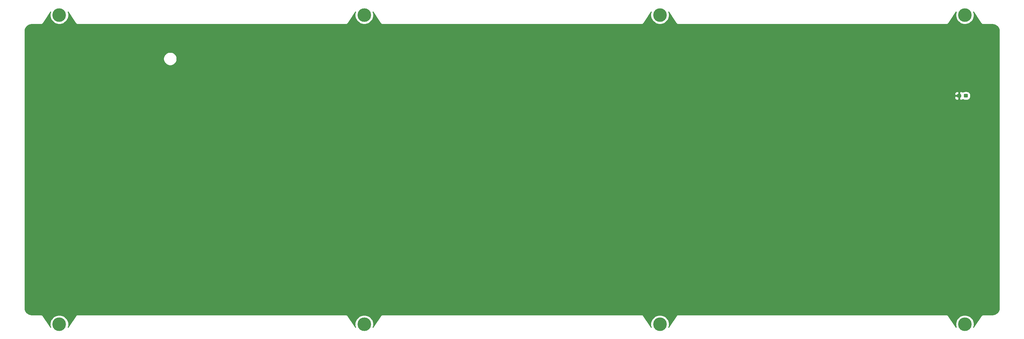
<source format=gbr>
G04 #@! TF.GenerationSoftware,KiCad,Pcbnew,(5.1.4-0)*
G04 #@! TF.CreationDate,2021-10-30T11:07:22-05:00*
G04 #@! TF.ProjectId,bottom_plate,626f7474-6f6d-45f7-906c-6174652e6b69,rev?*
G04 #@! TF.SameCoordinates,Original*
G04 #@! TF.FileFunction,Copper,L1,Top*
G04 #@! TF.FilePolarity,Positive*
%FSLAX46Y46*%
G04 Gerber Fmt 4.6, Leading zero omitted, Abs format (unit mm)*
G04 Created by KiCad (PCBNEW (5.1.4-0)) date 2021-10-30 11:07:22*
%MOMM*%
%LPD*%
G04 APERTURE LIST*
%ADD10C,0.100000*%
%ADD11C,0.950000*%
%ADD12C,3.500000*%
%ADD13C,0.500000*%
%ADD14C,0.250000*%
%ADD15C,0.254000*%
G04 APERTURE END LIST*
D10*
G36*
X389951468Y-59045048D02*
G01*
X389974523Y-59048467D01*
X389997132Y-59054131D01*
X390019076Y-59061983D01*
X390040146Y-59071948D01*
X390060137Y-59083930D01*
X390078857Y-59097814D01*
X390096127Y-59113466D01*
X390111779Y-59130736D01*
X390125663Y-59149456D01*
X390137645Y-59169447D01*
X390147610Y-59190517D01*
X390155462Y-59212461D01*
X390161126Y-59235070D01*
X390164545Y-59258125D01*
X390165689Y-59281404D01*
X390165689Y-59756404D01*
X390164545Y-59779683D01*
X390161126Y-59802738D01*
X390155462Y-59825347D01*
X390147610Y-59847291D01*
X390137645Y-59868361D01*
X390125663Y-59888352D01*
X390111779Y-59907072D01*
X390096127Y-59924342D01*
X390078857Y-59939994D01*
X390060137Y-59953878D01*
X390040146Y-59965860D01*
X390019076Y-59975825D01*
X389997132Y-59983677D01*
X389974523Y-59989341D01*
X389951468Y-59992760D01*
X389928189Y-59993904D01*
X389353189Y-59993904D01*
X389329910Y-59992760D01*
X389306855Y-59989341D01*
X389284246Y-59983677D01*
X389262302Y-59975825D01*
X389241232Y-59965860D01*
X389221241Y-59953878D01*
X389202521Y-59939994D01*
X389185251Y-59924342D01*
X389169599Y-59907072D01*
X389155715Y-59888352D01*
X389143733Y-59868361D01*
X389133768Y-59847291D01*
X389125916Y-59825347D01*
X389120252Y-59802738D01*
X389116833Y-59779683D01*
X389115689Y-59756404D01*
X389115689Y-59281404D01*
X389116833Y-59258125D01*
X389120252Y-59235070D01*
X389125916Y-59212461D01*
X389133768Y-59190517D01*
X389143733Y-59169447D01*
X389155715Y-59149456D01*
X389169599Y-59130736D01*
X389185251Y-59113466D01*
X389202521Y-59097814D01*
X389221241Y-59083930D01*
X389241232Y-59071948D01*
X389262302Y-59061983D01*
X389284246Y-59054131D01*
X389306855Y-59048467D01*
X389329910Y-59045048D01*
X389353189Y-59043904D01*
X389928189Y-59043904D01*
X389951468Y-59045048D01*
X389951468Y-59045048D01*
G37*
D11*
X389640689Y-59518904D03*
D10*
G36*
X388201468Y-59045048D02*
G01*
X388224523Y-59048467D01*
X388247132Y-59054131D01*
X388269076Y-59061983D01*
X388290146Y-59071948D01*
X388310137Y-59083930D01*
X388328857Y-59097814D01*
X388346127Y-59113466D01*
X388361779Y-59130736D01*
X388375663Y-59149456D01*
X388387645Y-59169447D01*
X388397610Y-59190517D01*
X388405462Y-59212461D01*
X388411126Y-59235070D01*
X388414545Y-59258125D01*
X388415689Y-59281404D01*
X388415689Y-59756404D01*
X388414545Y-59779683D01*
X388411126Y-59802738D01*
X388405462Y-59825347D01*
X388397610Y-59847291D01*
X388387645Y-59868361D01*
X388375663Y-59888352D01*
X388361779Y-59907072D01*
X388346127Y-59924342D01*
X388328857Y-59939994D01*
X388310137Y-59953878D01*
X388290146Y-59965860D01*
X388269076Y-59975825D01*
X388247132Y-59983677D01*
X388224523Y-59989341D01*
X388201468Y-59992760D01*
X388178189Y-59993904D01*
X387603189Y-59993904D01*
X387579910Y-59992760D01*
X387556855Y-59989341D01*
X387534246Y-59983677D01*
X387512302Y-59975825D01*
X387491232Y-59965860D01*
X387471241Y-59953878D01*
X387452521Y-59939994D01*
X387435251Y-59924342D01*
X387419599Y-59907072D01*
X387405715Y-59888352D01*
X387393733Y-59868361D01*
X387383768Y-59847291D01*
X387375916Y-59825347D01*
X387370252Y-59802738D01*
X387366833Y-59779683D01*
X387365689Y-59756404D01*
X387365689Y-59281404D01*
X387366833Y-59258125D01*
X387370252Y-59235070D01*
X387375916Y-59212461D01*
X387383768Y-59190517D01*
X387393733Y-59169447D01*
X387405715Y-59149456D01*
X387419599Y-59130736D01*
X387435251Y-59113466D01*
X387452521Y-59097814D01*
X387471241Y-59083930D01*
X387491232Y-59071948D01*
X387512302Y-59061983D01*
X387534246Y-59054131D01*
X387556855Y-59048467D01*
X387579910Y-59045048D01*
X387603189Y-59043904D01*
X388178189Y-59043904D01*
X388201468Y-59045048D01*
X388201468Y-59045048D01*
G37*
D11*
X387890689Y-59518904D03*
D12*
X310779634Y-118454824D03*
X310779701Y-38682951D03*
X234579607Y-118454824D03*
X234579608Y-38683016D03*
X155998315Y-118454824D03*
X155998514Y-38683016D03*
X389360818Y-38683016D03*
X389360818Y-118454824D03*
D13*
X385194165Y-59518840D03*
D14*
X387711370Y-59518840D02*
X385194165Y-59518840D01*
D15*
G36*
X238775257Y-40808379D02*
G01*
X238790770Y-40837402D01*
X238830717Y-40886077D01*
X238872755Y-40937410D01*
X238873031Y-40937637D01*
X238873247Y-40937900D01*
X238922634Y-40978431D01*
X238973167Y-41019990D01*
X238973474Y-41020154D01*
X238973745Y-41020377D01*
X239030796Y-41050871D01*
X239087760Y-41081396D01*
X239088095Y-41081498D01*
X239088402Y-41081662D01*
X239150604Y-41100531D01*
X239212131Y-41119265D01*
X239212472Y-41119299D01*
X239212812Y-41119402D01*
X239277959Y-41125818D01*
X239341500Y-41132144D01*
X239374260Y-41128952D01*
X305984406Y-41128887D01*
X306017831Y-41132144D01*
X306142375Y-41119745D01*
X306146521Y-41119337D01*
X306146543Y-41119330D01*
X306147200Y-41119265D01*
X306265774Y-41083161D01*
X306270931Y-41081597D01*
X306270956Y-41081583D01*
X306271572Y-41081396D01*
X306375772Y-41025559D01*
X306385588Y-41020312D01*
X306385635Y-41020274D01*
X306386164Y-41019990D01*
X306472849Y-40948698D01*
X306486086Y-40937835D01*
X306486144Y-40937764D01*
X306486576Y-40937409D01*
X306548308Y-40862028D01*
X306548345Y-40861973D01*
X306568563Y-40837337D01*
X306583909Y-40808627D01*
X308521701Y-37901940D01*
X308486355Y-37987272D01*
X308394701Y-38448049D01*
X308394701Y-38917853D01*
X308486355Y-39378630D01*
X308666141Y-39812672D01*
X308927151Y-40203300D01*
X309259352Y-40535501D01*
X309649980Y-40796511D01*
X310084022Y-40976297D01*
X310544799Y-41067951D01*
X311014603Y-41067951D01*
X311475380Y-40976297D01*
X311909422Y-40796511D01*
X312300050Y-40535501D01*
X312632251Y-40203300D01*
X312893261Y-39812672D01*
X313073047Y-39378630D01*
X313164701Y-38917853D01*
X313164701Y-38448049D01*
X313073047Y-37987272D01*
X313037920Y-37902469D01*
X314975188Y-40808371D01*
X314990705Y-40837402D01*
X315031359Y-40886939D01*
X315072691Y-40937410D01*
X315072964Y-40937635D01*
X315073182Y-40937900D01*
X315123045Y-40978821D01*
X315173103Y-41019990D01*
X315173407Y-41020153D01*
X315173680Y-41020377D01*
X315231127Y-41051083D01*
X315287696Y-41081396D01*
X315288029Y-41081497D01*
X315288337Y-41081662D01*
X315350885Y-41100636D01*
X315412067Y-41119265D01*
X315412407Y-41119299D01*
X315412747Y-41119402D01*
X315477988Y-41125828D01*
X315541436Y-41132144D01*
X315574195Y-41128952D01*
X384566256Y-41128952D01*
X384599015Y-41132144D01*
X384662370Y-41125837D01*
X384727705Y-41119402D01*
X384728046Y-41119299D01*
X384728384Y-41119265D01*
X384789430Y-41100678D01*
X384852115Y-41081662D01*
X384852423Y-41081497D01*
X384852756Y-41081396D01*
X384909131Y-41051187D01*
X384966772Y-41020377D01*
X384967047Y-41020151D01*
X384967348Y-41019990D01*
X385016648Y-40979445D01*
X385067270Y-40937900D01*
X385067492Y-40937629D01*
X385067760Y-40937409D01*
X385108497Y-40887665D01*
X385149747Y-40837402D01*
X385165268Y-40808364D01*
X387102779Y-37902098D01*
X387067472Y-37987337D01*
X386975818Y-38448114D01*
X386975818Y-38917918D01*
X387067472Y-39378695D01*
X387247258Y-39812737D01*
X387508268Y-40203365D01*
X387840469Y-40535566D01*
X388231097Y-40796576D01*
X388665139Y-40976362D01*
X389125916Y-41068016D01*
X389595720Y-41068016D01*
X390056497Y-40976362D01*
X390490539Y-40796576D01*
X390881167Y-40535566D01*
X391213368Y-40203365D01*
X391474378Y-39812737D01*
X391654164Y-39378695D01*
X391745818Y-38917918D01*
X391745818Y-38448114D01*
X391654164Y-37987337D01*
X391618856Y-37902097D01*
X393556390Y-40808398D01*
X393571919Y-40837446D01*
X393612258Y-40886591D01*
X393653875Y-40937410D01*
X393654172Y-40937654D01*
X393654404Y-40937937D01*
X393703693Y-40978381D01*
X393754287Y-41019990D01*
X393754619Y-41020168D01*
X393754909Y-41020406D01*
X393811695Y-41050753D01*
X393868880Y-41081396D01*
X393869242Y-41081506D01*
X393869571Y-41081682D01*
X393931538Y-41100474D01*
X393993251Y-41119265D01*
X393993621Y-41119302D01*
X393993984Y-41119412D01*
X394058592Y-41125770D01*
X394122620Y-41132144D01*
X394155412Y-41128949D01*
X396472894Y-41128762D01*
X396838861Y-41164646D01*
X397159864Y-41261562D01*
X397455930Y-41418983D01*
X397715777Y-41630909D01*
X397929515Y-41889272D01*
X398088998Y-42184230D01*
X398188154Y-42504552D01*
X398226411Y-42868543D01*
X398226410Y-114255541D01*
X398190524Y-114621531D01*
X398093607Y-114942538D01*
X397936187Y-115238599D01*
X397724259Y-115498448D01*
X397465896Y-115712186D01*
X397170940Y-115871668D01*
X396850618Y-115970824D01*
X396486647Y-116009079D01*
X394155412Y-116008891D01*
X394122620Y-116005696D01*
X394058592Y-116012070D01*
X393993984Y-116018428D01*
X393993621Y-116018538D01*
X393993251Y-116018575D01*
X393931538Y-116037366D01*
X393869571Y-116056158D01*
X393869242Y-116056334D01*
X393868880Y-116056444D01*
X393811695Y-116087087D01*
X393754909Y-116117434D01*
X393754619Y-116117672D01*
X393754287Y-116117850D01*
X393703693Y-116159459D01*
X393654404Y-116199903D01*
X393654172Y-116200186D01*
X393653875Y-116200430D01*
X393612270Y-116251235D01*
X393571919Y-116300394D01*
X393556390Y-116329442D01*
X391618856Y-119235743D01*
X391654164Y-119150503D01*
X391745818Y-118689726D01*
X391745818Y-118219922D01*
X391654164Y-117759145D01*
X391474378Y-117325103D01*
X391213368Y-116934475D01*
X390881167Y-116602274D01*
X390490539Y-116341264D01*
X390056497Y-116161478D01*
X389595720Y-116069824D01*
X389125916Y-116069824D01*
X388665139Y-116161478D01*
X388231097Y-116341264D01*
X387840469Y-116602274D01*
X387508268Y-116934475D01*
X387247258Y-117325103D01*
X387067472Y-117759145D01*
X386975818Y-118219922D01*
X386975818Y-118689726D01*
X387067472Y-119150503D01*
X387102779Y-119235742D01*
X385165266Y-116329473D01*
X385149746Y-116300437D01*
X385108772Y-116250511D01*
X385067760Y-116200431D01*
X385067489Y-116200208D01*
X385067269Y-116199940D01*
X385017354Y-116158976D01*
X384967348Y-116117850D01*
X384967041Y-116117686D01*
X384966770Y-116117463D01*
X384909917Y-116087075D01*
X384852756Y-116056444D01*
X384852418Y-116056341D01*
X384852113Y-116056178D01*
X384789967Y-116037326D01*
X384728384Y-116018575D01*
X384728043Y-116018541D01*
X384727703Y-116018438D01*
X384662556Y-116012022D01*
X384599015Y-116005696D01*
X384566255Y-116008888D01*
X315575518Y-116009017D01*
X315541436Y-116005696D01*
X315412067Y-116018575D01*
X315287696Y-116056444D01*
X315173103Y-116117850D01*
X315072691Y-116200430D01*
X315010959Y-116275812D01*
X315010428Y-116276608D01*
X314990765Y-116300568D01*
X314975841Y-116328489D01*
X313037672Y-119235743D01*
X313072980Y-119150503D01*
X313164634Y-118689726D01*
X313164634Y-118219922D01*
X313072980Y-117759145D01*
X312893194Y-117325103D01*
X312632184Y-116934475D01*
X312299983Y-116602274D01*
X311909355Y-116341264D01*
X311475313Y-116161478D01*
X311014536Y-116069824D01*
X310544732Y-116069824D01*
X310083955Y-116161478D01*
X309649913Y-116341264D01*
X309259285Y-116602274D01*
X308927084Y-116934475D01*
X308666074Y-117325103D01*
X308486288Y-117759145D01*
X308394634Y-118219922D01*
X308394634Y-118689726D01*
X308486288Y-119150503D01*
X308521595Y-119235742D01*
X306583734Y-116328950D01*
X306568563Y-116300568D01*
X306548575Y-116276212D01*
X306548308Y-116275812D01*
X306486576Y-116200431D01*
X306386164Y-116117850D01*
X306271572Y-116056444D01*
X306147200Y-116018575D01*
X306017831Y-116005696D01*
X305983749Y-116009017D01*
X239374261Y-116008888D01*
X239341500Y-116005696D01*
X239277867Y-116012031D01*
X239212813Y-116018438D01*
X239212474Y-116018541D01*
X239212131Y-116018575D01*
X239150413Y-116037367D01*
X239088403Y-116056178D01*
X239088098Y-116056341D01*
X239087760Y-116056444D01*
X239030402Y-116087180D01*
X238973746Y-116117463D01*
X238973477Y-116117684D01*
X238973167Y-116117850D01*
X238922402Y-116159600D01*
X238873247Y-116199940D01*
X238873031Y-116200203D01*
X238872755Y-116200430D01*
X238831153Y-116251231D01*
X238790770Y-116300437D01*
X238775254Y-116329465D01*
X236837496Y-119236104D01*
X236872953Y-119150503D01*
X236964607Y-118689726D01*
X236964607Y-118219922D01*
X236872953Y-117759145D01*
X236693167Y-117325103D01*
X236432157Y-116934475D01*
X236099956Y-116602274D01*
X235709328Y-116341264D01*
X235275286Y-116161478D01*
X234814509Y-116069824D01*
X234344705Y-116069824D01*
X233883928Y-116161478D01*
X233449886Y-116341264D01*
X233059258Y-116602274D01*
X232727057Y-116934475D01*
X232466047Y-117325103D01*
X232286261Y-117759145D01*
X232194607Y-118219922D01*
X232194607Y-118689726D01*
X232286261Y-119150503D01*
X232321419Y-119235381D01*
X230384146Y-116329473D01*
X230368626Y-116300437D01*
X230327652Y-116250511D01*
X230286640Y-116200431D01*
X230286369Y-116200208D01*
X230286149Y-116199940D01*
X230236234Y-116158976D01*
X230186228Y-116117850D01*
X230185921Y-116117686D01*
X230185650Y-116117463D01*
X230128797Y-116087075D01*
X230071636Y-116056444D01*
X230071298Y-116056341D01*
X230070993Y-116056178D01*
X230008847Y-116037326D01*
X229947264Y-116018575D01*
X229946923Y-116018541D01*
X229946583Y-116018438D01*
X229881436Y-116012022D01*
X229817895Y-116005696D01*
X229785135Y-116008888D01*
X160794398Y-116009017D01*
X160760316Y-116005696D01*
X160630947Y-116018575D01*
X160506576Y-116056444D01*
X160391983Y-116117850D01*
X160291571Y-116200430D01*
X160229839Y-116275812D01*
X160229568Y-116276219D01*
X160209585Y-116300568D01*
X160194418Y-116328943D01*
X158256027Y-119236531D01*
X158291661Y-119150503D01*
X158383315Y-118689726D01*
X158383315Y-118219922D01*
X158291661Y-117759145D01*
X158111875Y-117325103D01*
X157850865Y-116934475D01*
X157518664Y-116602274D01*
X157128036Y-116341264D01*
X156693994Y-116161478D01*
X156233217Y-116069824D01*
X155763413Y-116069824D01*
X155302636Y-116161478D01*
X154868594Y-116341264D01*
X154477966Y-116602274D01*
X154145765Y-116934475D01*
X153884755Y-117325103D01*
X153704969Y-117759145D01*
X153613315Y-118219922D01*
X153613315Y-118689726D01*
X153704969Y-119150503D01*
X153739949Y-119234953D01*
X151802946Y-116329449D01*
X151787413Y-116300394D01*
X151746522Y-116250577D01*
X151705456Y-116200431D01*
X151705165Y-116200192D01*
X151704928Y-116199903D01*
X151654932Y-116158879D01*
X151605044Y-116117850D01*
X151604715Y-116117674D01*
X151604423Y-116117434D01*
X151547454Y-116086989D01*
X151490452Y-116056444D01*
X151490090Y-116056334D01*
X151489761Y-116056158D01*
X151427668Y-116037328D01*
X151366080Y-116018575D01*
X151365712Y-116018538D01*
X151365348Y-116018428D01*
X151300653Y-116012062D01*
X151236711Y-116005696D01*
X151203919Y-116008891D01*
X148886366Y-116009078D01*
X148520399Y-115973194D01*
X148199392Y-115876277D01*
X147903331Y-115718857D01*
X147643482Y-115506929D01*
X147429744Y-115248566D01*
X147270262Y-114953610D01*
X147171106Y-114633288D01*
X147132850Y-114269307D01*
X147132850Y-59993904D01*
X386727617Y-59993904D01*
X386739877Y-60118386D01*
X386776187Y-60238084D01*
X386835152Y-60348398D01*
X386914504Y-60445089D01*
X387011195Y-60524441D01*
X387121509Y-60583406D01*
X387241207Y-60619716D01*
X387365689Y-60631976D01*
X387604939Y-60628904D01*
X387763689Y-60470154D01*
X387763689Y-59645904D01*
X386889439Y-59645904D01*
X386730689Y-59804654D01*
X386727617Y-59993904D01*
X147132850Y-59993904D01*
X147132850Y-59043904D01*
X386727617Y-59043904D01*
X386730689Y-59233154D01*
X386889439Y-59391904D01*
X387763689Y-59391904D01*
X387763689Y-58567654D01*
X388017689Y-58567654D01*
X388017689Y-59391904D01*
X388037689Y-59391904D01*
X388037689Y-59645904D01*
X388017689Y-59645904D01*
X388017689Y-60470154D01*
X388176439Y-60628904D01*
X388415689Y-60631976D01*
X388540171Y-60619716D01*
X388659869Y-60583406D01*
X388770183Y-60524441D01*
X388842850Y-60464805D01*
X388866747Y-60484416D01*
X389018122Y-60565327D01*
X389182373Y-60615152D01*
X389353189Y-60631976D01*
X389928189Y-60631976D01*
X390099005Y-60615152D01*
X390263256Y-60565327D01*
X390414631Y-60484416D01*
X390547312Y-60375527D01*
X390656201Y-60242846D01*
X390737112Y-60091471D01*
X390786937Y-59927220D01*
X390803761Y-59756404D01*
X390803761Y-59281404D01*
X390786937Y-59110588D01*
X390737112Y-58946337D01*
X390656201Y-58794962D01*
X390547312Y-58662281D01*
X390414631Y-58553392D01*
X390263256Y-58472481D01*
X390099005Y-58422656D01*
X389928189Y-58405832D01*
X389353189Y-58405832D01*
X389182373Y-58422656D01*
X389018122Y-58472481D01*
X388866747Y-58553392D01*
X388842850Y-58573003D01*
X388770183Y-58513367D01*
X388659869Y-58454402D01*
X388540171Y-58418092D01*
X388415689Y-58405832D01*
X388176439Y-58408904D01*
X388017689Y-58567654D01*
X387763689Y-58567654D01*
X387604939Y-58408904D01*
X387365689Y-58405832D01*
X387241207Y-58418092D01*
X387121509Y-58454402D01*
X387011195Y-58513367D01*
X386914504Y-58592719D01*
X386835152Y-58689410D01*
X386776187Y-58799724D01*
X386739877Y-58919422D01*
X386727617Y-59043904D01*
X147132850Y-59043904D01*
X147132850Y-49823061D01*
X182838490Y-49823061D01*
X182838490Y-50164827D01*
X182905165Y-50500025D01*
X183035953Y-50815775D01*
X183225827Y-51099942D01*
X183467492Y-51341607D01*
X183751659Y-51531481D01*
X184067409Y-51662269D01*
X184402607Y-51728944D01*
X184744373Y-51728944D01*
X185079571Y-51662269D01*
X185395321Y-51531481D01*
X185679488Y-51341607D01*
X185921153Y-51099942D01*
X186111027Y-50815775D01*
X186241815Y-50500025D01*
X186308490Y-50164827D01*
X186308490Y-49823061D01*
X186241815Y-49487863D01*
X186111027Y-49172113D01*
X185921153Y-48887946D01*
X185679488Y-48646281D01*
X185395321Y-48456407D01*
X185079571Y-48325619D01*
X184744373Y-48258944D01*
X184402607Y-48258944D01*
X184067409Y-48325619D01*
X183751659Y-48456407D01*
X183467492Y-48646281D01*
X183225827Y-48887946D01*
X183035953Y-49172113D01*
X182905165Y-49487863D01*
X182838490Y-49823061D01*
X147132850Y-49823061D01*
X147132850Y-42886906D01*
X147169176Y-42516429D01*
X147266092Y-42195426D01*
X147423513Y-41899360D01*
X147635439Y-41639513D01*
X147893802Y-41425775D01*
X148188760Y-41266292D01*
X148509082Y-41167136D01*
X148873058Y-41128881D01*
X151203932Y-41128950D01*
X151236711Y-41132144D01*
X151300972Y-41125747D01*
X151365381Y-41119405D01*
X151365727Y-41119300D01*
X151366080Y-41119265D01*
X151427926Y-41100434D01*
X151489792Y-41081669D01*
X151490105Y-41081502D01*
X151490452Y-41081396D01*
X151547278Y-41050945D01*
X151604451Y-41020388D01*
X151604733Y-41020157D01*
X151605044Y-41019990D01*
X151654706Y-40979147D01*
X151704951Y-40937914D01*
X151705177Y-40937638D01*
X151705456Y-40937409D01*
X151746736Y-40887002D01*
X151787431Y-40837418D01*
X151802953Y-40808380D01*
X153740475Y-37902098D01*
X153705168Y-37987337D01*
X153613514Y-38448114D01*
X153613514Y-38917918D01*
X153705168Y-39378695D01*
X153884954Y-39812737D01*
X154145964Y-40203365D01*
X154478165Y-40535566D01*
X154868793Y-40796576D01*
X155302835Y-40976362D01*
X155763612Y-41068016D01*
X156233416Y-41068016D01*
X156694193Y-40976362D01*
X157128235Y-40796576D01*
X157518863Y-40535566D01*
X157851064Y-40203365D01*
X158112074Y-39812737D01*
X158291860Y-39378695D01*
X158383514Y-38917918D01*
X158383514Y-38448114D01*
X158291860Y-37987337D01*
X158256552Y-37902097D01*
X160194068Y-40808371D01*
X160209585Y-40837402D01*
X160250239Y-40886939D01*
X160291571Y-40937410D01*
X160291844Y-40937635D01*
X160292062Y-40937900D01*
X160341925Y-40978821D01*
X160391983Y-41019990D01*
X160392287Y-41020153D01*
X160392560Y-41020377D01*
X160450007Y-41051083D01*
X160506576Y-41081396D01*
X160506909Y-41081497D01*
X160507217Y-41081662D01*
X160569765Y-41100636D01*
X160630947Y-41119265D01*
X160631287Y-41119299D01*
X160631627Y-41119402D01*
X160696868Y-41125828D01*
X160760316Y-41132144D01*
X160793075Y-41128952D01*
X229785136Y-41128952D01*
X229817895Y-41132144D01*
X229881250Y-41125837D01*
X229946585Y-41119402D01*
X229946926Y-41119299D01*
X229947264Y-41119265D01*
X230008310Y-41100678D01*
X230070995Y-41081662D01*
X230071303Y-41081497D01*
X230071636Y-41081396D01*
X230128011Y-41051187D01*
X230185652Y-41020377D01*
X230185927Y-41020151D01*
X230186228Y-41019990D01*
X230235528Y-40979445D01*
X230286150Y-40937900D01*
X230286372Y-40937629D01*
X230286640Y-40937409D01*
X230327377Y-40887665D01*
X230368627Y-40837402D01*
X230384148Y-40808364D01*
X232321421Y-37902455D01*
X232286262Y-37987337D01*
X232194608Y-38448114D01*
X232194608Y-38917918D01*
X232286262Y-39378695D01*
X232466048Y-39812737D01*
X232727058Y-40203365D01*
X233059259Y-40535566D01*
X233449887Y-40796576D01*
X233883929Y-40976362D01*
X234344706Y-41068016D01*
X234814510Y-41068016D01*
X235275287Y-40976362D01*
X235709329Y-40796576D01*
X236099957Y-40535566D01*
X236432158Y-40203365D01*
X236693168Y-39812737D01*
X236872954Y-39378695D01*
X236964608Y-38917918D01*
X236964608Y-38448114D01*
X236872954Y-37987337D01*
X236837499Y-37901740D01*
X238775257Y-40808379D01*
X238775257Y-40808379D01*
G37*
X238775257Y-40808379D02*
X238790770Y-40837402D01*
X238830717Y-40886077D01*
X238872755Y-40937410D01*
X238873031Y-40937637D01*
X238873247Y-40937900D01*
X238922634Y-40978431D01*
X238973167Y-41019990D01*
X238973474Y-41020154D01*
X238973745Y-41020377D01*
X239030796Y-41050871D01*
X239087760Y-41081396D01*
X239088095Y-41081498D01*
X239088402Y-41081662D01*
X239150604Y-41100531D01*
X239212131Y-41119265D01*
X239212472Y-41119299D01*
X239212812Y-41119402D01*
X239277959Y-41125818D01*
X239341500Y-41132144D01*
X239374260Y-41128952D01*
X305984406Y-41128887D01*
X306017831Y-41132144D01*
X306142375Y-41119745D01*
X306146521Y-41119337D01*
X306146543Y-41119330D01*
X306147200Y-41119265D01*
X306265774Y-41083161D01*
X306270931Y-41081597D01*
X306270956Y-41081583D01*
X306271572Y-41081396D01*
X306375772Y-41025559D01*
X306385588Y-41020312D01*
X306385635Y-41020274D01*
X306386164Y-41019990D01*
X306472849Y-40948698D01*
X306486086Y-40937835D01*
X306486144Y-40937764D01*
X306486576Y-40937409D01*
X306548308Y-40862028D01*
X306548345Y-40861973D01*
X306568563Y-40837337D01*
X306583909Y-40808627D01*
X308521701Y-37901940D01*
X308486355Y-37987272D01*
X308394701Y-38448049D01*
X308394701Y-38917853D01*
X308486355Y-39378630D01*
X308666141Y-39812672D01*
X308927151Y-40203300D01*
X309259352Y-40535501D01*
X309649980Y-40796511D01*
X310084022Y-40976297D01*
X310544799Y-41067951D01*
X311014603Y-41067951D01*
X311475380Y-40976297D01*
X311909422Y-40796511D01*
X312300050Y-40535501D01*
X312632251Y-40203300D01*
X312893261Y-39812672D01*
X313073047Y-39378630D01*
X313164701Y-38917853D01*
X313164701Y-38448049D01*
X313073047Y-37987272D01*
X313037920Y-37902469D01*
X314975188Y-40808371D01*
X314990705Y-40837402D01*
X315031359Y-40886939D01*
X315072691Y-40937410D01*
X315072964Y-40937635D01*
X315073182Y-40937900D01*
X315123045Y-40978821D01*
X315173103Y-41019990D01*
X315173407Y-41020153D01*
X315173680Y-41020377D01*
X315231127Y-41051083D01*
X315287696Y-41081396D01*
X315288029Y-41081497D01*
X315288337Y-41081662D01*
X315350885Y-41100636D01*
X315412067Y-41119265D01*
X315412407Y-41119299D01*
X315412747Y-41119402D01*
X315477988Y-41125828D01*
X315541436Y-41132144D01*
X315574195Y-41128952D01*
X384566256Y-41128952D01*
X384599015Y-41132144D01*
X384662370Y-41125837D01*
X384727705Y-41119402D01*
X384728046Y-41119299D01*
X384728384Y-41119265D01*
X384789430Y-41100678D01*
X384852115Y-41081662D01*
X384852423Y-41081497D01*
X384852756Y-41081396D01*
X384909131Y-41051187D01*
X384966772Y-41020377D01*
X384967047Y-41020151D01*
X384967348Y-41019990D01*
X385016648Y-40979445D01*
X385067270Y-40937900D01*
X385067492Y-40937629D01*
X385067760Y-40937409D01*
X385108497Y-40887665D01*
X385149747Y-40837402D01*
X385165268Y-40808364D01*
X387102779Y-37902098D01*
X387067472Y-37987337D01*
X386975818Y-38448114D01*
X386975818Y-38917918D01*
X387067472Y-39378695D01*
X387247258Y-39812737D01*
X387508268Y-40203365D01*
X387840469Y-40535566D01*
X388231097Y-40796576D01*
X388665139Y-40976362D01*
X389125916Y-41068016D01*
X389595720Y-41068016D01*
X390056497Y-40976362D01*
X390490539Y-40796576D01*
X390881167Y-40535566D01*
X391213368Y-40203365D01*
X391474378Y-39812737D01*
X391654164Y-39378695D01*
X391745818Y-38917918D01*
X391745818Y-38448114D01*
X391654164Y-37987337D01*
X391618856Y-37902097D01*
X393556390Y-40808398D01*
X393571919Y-40837446D01*
X393612258Y-40886591D01*
X393653875Y-40937410D01*
X393654172Y-40937654D01*
X393654404Y-40937937D01*
X393703693Y-40978381D01*
X393754287Y-41019990D01*
X393754619Y-41020168D01*
X393754909Y-41020406D01*
X393811695Y-41050753D01*
X393868880Y-41081396D01*
X393869242Y-41081506D01*
X393869571Y-41081682D01*
X393931538Y-41100474D01*
X393993251Y-41119265D01*
X393993621Y-41119302D01*
X393993984Y-41119412D01*
X394058592Y-41125770D01*
X394122620Y-41132144D01*
X394155412Y-41128949D01*
X396472894Y-41128762D01*
X396838861Y-41164646D01*
X397159864Y-41261562D01*
X397455930Y-41418983D01*
X397715777Y-41630909D01*
X397929515Y-41889272D01*
X398088998Y-42184230D01*
X398188154Y-42504552D01*
X398226411Y-42868543D01*
X398226410Y-114255541D01*
X398190524Y-114621531D01*
X398093607Y-114942538D01*
X397936187Y-115238599D01*
X397724259Y-115498448D01*
X397465896Y-115712186D01*
X397170940Y-115871668D01*
X396850618Y-115970824D01*
X396486647Y-116009079D01*
X394155412Y-116008891D01*
X394122620Y-116005696D01*
X394058592Y-116012070D01*
X393993984Y-116018428D01*
X393993621Y-116018538D01*
X393993251Y-116018575D01*
X393931538Y-116037366D01*
X393869571Y-116056158D01*
X393869242Y-116056334D01*
X393868880Y-116056444D01*
X393811695Y-116087087D01*
X393754909Y-116117434D01*
X393754619Y-116117672D01*
X393754287Y-116117850D01*
X393703693Y-116159459D01*
X393654404Y-116199903D01*
X393654172Y-116200186D01*
X393653875Y-116200430D01*
X393612270Y-116251235D01*
X393571919Y-116300394D01*
X393556390Y-116329442D01*
X391618856Y-119235743D01*
X391654164Y-119150503D01*
X391745818Y-118689726D01*
X391745818Y-118219922D01*
X391654164Y-117759145D01*
X391474378Y-117325103D01*
X391213368Y-116934475D01*
X390881167Y-116602274D01*
X390490539Y-116341264D01*
X390056497Y-116161478D01*
X389595720Y-116069824D01*
X389125916Y-116069824D01*
X388665139Y-116161478D01*
X388231097Y-116341264D01*
X387840469Y-116602274D01*
X387508268Y-116934475D01*
X387247258Y-117325103D01*
X387067472Y-117759145D01*
X386975818Y-118219922D01*
X386975818Y-118689726D01*
X387067472Y-119150503D01*
X387102779Y-119235742D01*
X385165266Y-116329473D01*
X385149746Y-116300437D01*
X385108772Y-116250511D01*
X385067760Y-116200431D01*
X385067489Y-116200208D01*
X385067269Y-116199940D01*
X385017354Y-116158976D01*
X384967348Y-116117850D01*
X384967041Y-116117686D01*
X384966770Y-116117463D01*
X384909917Y-116087075D01*
X384852756Y-116056444D01*
X384852418Y-116056341D01*
X384852113Y-116056178D01*
X384789967Y-116037326D01*
X384728384Y-116018575D01*
X384728043Y-116018541D01*
X384727703Y-116018438D01*
X384662556Y-116012022D01*
X384599015Y-116005696D01*
X384566255Y-116008888D01*
X315575518Y-116009017D01*
X315541436Y-116005696D01*
X315412067Y-116018575D01*
X315287696Y-116056444D01*
X315173103Y-116117850D01*
X315072691Y-116200430D01*
X315010959Y-116275812D01*
X315010428Y-116276608D01*
X314990765Y-116300568D01*
X314975841Y-116328489D01*
X313037672Y-119235743D01*
X313072980Y-119150503D01*
X313164634Y-118689726D01*
X313164634Y-118219922D01*
X313072980Y-117759145D01*
X312893194Y-117325103D01*
X312632184Y-116934475D01*
X312299983Y-116602274D01*
X311909355Y-116341264D01*
X311475313Y-116161478D01*
X311014536Y-116069824D01*
X310544732Y-116069824D01*
X310083955Y-116161478D01*
X309649913Y-116341264D01*
X309259285Y-116602274D01*
X308927084Y-116934475D01*
X308666074Y-117325103D01*
X308486288Y-117759145D01*
X308394634Y-118219922D01*
X308394634Y-118689726D01*
X308486288Y-119150503D01*
X308521595Y-119235742D01*
X306583734Y-116328950D01*
X306568563Y-116300568D01*
X306548575Y-116276212D01*
X306548308Y-116275812D01*
X306486576Y-116200431D01*
X306386164Y-116117850D01*
X306271572Y-116056444D01*
X306147200Y-116018575D01*
X306017831Y-116005696D01*
X305983749Y-116009017D01*
X239374261Y-116008888D01*
X239341500Y-116005696D01*
X239277867Y-116012031D01*
X239212813Y-116018438D01*
X239212474Y-116018541D01*
X239212131Y-116018575D01*
X239150413Y-116037367D01*
X239088403Y-116056178D01*
X239088098Y-116056341D01*
X239087760Y-116056444D01*
X239030402Y-116087180D01*
X238973746Y-116117463D01*
X238973477Y-116117684D01*
X238973167Y-116117850D01*
X238922402Y-116159600D01*
X238873247Y-116199940D01*
X238873031Y-116200203D01*
X238872755Y-116200430D01*
X238831153Y-116251231D01*
X238790770Y-116300437D01*
X238775254Y-116329465D01*
X236837496Y-119236104D01*
X236872953Y-119150503D01*
X236964607Y-118689726D01*
X236964607Y-118219922D01*
X236872953Y-117759145D01*
X236693167Y-117325103D01*
X236432157Y-116934475D01*
X236099956Y-116602274D01*
X235709328Y-116341264D01*
X235275286Y-116161478D01*
X234814509Y-116069824D01*
X234344705Y-116069824D01*
X233883928Y-116161478D01*
X233449886Y-116341264D01*
X233059258Y-116602274D01*
X232727057Y-116934475D01*
X232466047Y-117325103D01*
X232286261Y-117759145D01*
X232194607Y-118219922D01*
X232194607Y-118689726D01*
X232286261Y-119150503D01*
X232321419Y-119235381D01*
X230384146Y-116329473D01*
X230368626Y-116300437D01*
X230327652Y-116250511D01*
X230286640Y-116200431D01*
X230286369Y-116200208D01*
X230286149Y-116199940D01*
X230236234Y-116158976D01*
X230186228Y-116117850D01*
X230185921Y-116117686D01*
X230185650Y-116117463D01*
X230128797Y-116087075D01*
X230071636Y-116056444D01*
X230071298Y-116056341D01*
X230070993Y-116056178D01*
X230008847Y-116037326D01*
X229947264Y-116018575D01*
X229946923Y-116018541D01*
X229946583Y-116018438D01*
X229881436Y-116012022D01*
X229817895Y-116005696D01*
X229785135Y-116008888D01*
X160794398Y-116009017D01*
X160760316Y-116005696D01*
X160630947Y-116018575D01*
X160506576Y-116056444D01*
X160391983Y-116117850D01*
X160291571Y-116200430D01*
X160229839Y-116275812D01*
X160229568Y-116276219D01*
X160209585Y-116300568D01*
X160194418Y-116328943D01*
X158256027Y-119236531D01*
X158291661Y-119150503D01*
X158383315Y-118689726D01*
X158383315Y-118219922D01*
X158291661Y-117759145D01*
X158111875Y-117325103D01*
X157850865Y-116934475D01*
X157518664Y-116602274D01*
X157128036Y-116341264D01*
X156693994Y-116161478D01*
X156233217Y-116069824D01*
X155763413Y-116069824D01*
X155302636Y-116161478D01*
X154868594Y-116341264D01*
X154477966Y-116602274D01*
X154145765Y-116934475D01*
X153884755Y-117325103D01*
X153704969Y-117759145D01*
X153613315Y-118219922D01*
X153613315Y-118689726D01*
X153704969Y-119150503D01*
X153739949Y-119234953D01*
X151802946Y-116329449D01*
X151787413Y-116300394D01*
X151746522Y-116250577D01*
X151705456Y-116200431D01*
X151705165Y-116200192D01*
X151704928Y-116199903D01*
X151654932Y-116158879D01*
X151605044Y-116117850D01*
X151604715Y-116117674D01*
X151604423Y-116117434D01*
X151547454Y-116086989D01*
X151490452Y-116056444D01*
X151490090Y-116056334D01*
X151489761Y-116056158D01*
X151427668Y-116037328D01*
X151366080Y-116018575D01*
X151365712Y-116018538D01*
X151365348Y-116018428D01*
X151300653Y-116012062D01*
X151236711Y-116005696D01*
X151203919Y-116008891D01*
X148886366Y-116009078D01*
X148520399Y-115973194D01*
X148199392Y-115876277D01*
X147903331Y-115718857D01*
X147643482Y-115506929D01*
X147429744Y-115248566D01*
X147270262Y-114953610D01*
X147171106Y-114633288D01*
X147132850Y-114269307D01*
X147132850Y-59993904D01*
X386727617Y-59993904D01*
X386739877Y-60118386D01*
X386776187Y-60238084D01*
X386835152Y-60348398D01*
X386914504Y-60445089D01*
X387011195Y-60524441D01*
X387121509Y-60583406D01*
X387241207Y-60619716D01*
X387365689Y-60631976D01*
X387604939Y-60628904D01*
X387763689Y-60470154D01*
X387763689Y-59645904D01*
X386889439Y-59645904D01*
X386730689Y-59804654D01*
X386727617Y-59993904D01*
X147132850Y-59993904D01*
X147132850Y-59043904D01*
X386727617Y-59043904D01*
X386730689Y-59233154D01*
X386889439Y-59391904D01*
X387763689Y-59391904D01*
X387763689Y-58567654D01*
X388017689Y-58567654D01*
X388017689Y-59391904D01*
X388037689Y-59391904D01*
X388037689Y-59645904D01*
X388017689Y-59645904D01*
X388017689Y-60470154D01*
X388176439Y-60628904D01*
X388415689Y-60631976D01*
X388540171Y-60619716D01*
X388659869Y-60583406D01*
X388770183Y-60524441D01*
X388842850Y-60464805D01*
X388866747Y-60484416D01*
X389018122Y-60565327D01*
X389182373Y-60615152D01*
X389353189Y-60631976D01*
X389928189Y-60631976D01*
X390099005Y-60615152D01*
X390263256Y-60565327D01*
X390414631Y-60484416D01*
X390547312Y-60375527D01*
X390656201Y-60242846D01*
X390737112Y-60091471D01*
X390786937Y-59927220D01*
X390803761Y-59756404D01*
X390803761Y-59281404D01*
X390786937Y-59110588D01*
X390737112Y-58946337D01*
X390656201Y-58794962D01*
X390547312Y-58662281D01*
X390414631Y-58553392D01*
X390263256Y-58472481D01*
X390099005Y-58422656D01*
X389928189Y-58405832D01*
X389353189Y-58405832D01*
X389182373Y-58422656D01*
X389018122Y-58472481D01*
X388866747Y-58553392D01*
X388842850Y-58573003D01*
X388770183Y-58513367D01*
X388659869Y-58454402D01*
X388540171Y-58418092D01*
X388415689Y-58405832D01*
X388176439Y-58408904D01*
X388017689Y-58567654D01*
X387763689Y-58567654D01*
X387604939Y-58408904D01*
X387365689Y-58405832D01*
X387241207Y-58418092D01*
X387121509Y-58454402D01*
X387011195Y-58513367D01*
X386914504Y-58592719D01*
X386835152Y-58689410D01*
X386776187Y-58799724D01*
X386739877Y-58919422D01*
X386727617Y-59043904D01*
X147132850Y-59043904D01*
X147132850Y-49823061D01*
X182838490Y-49823061D01*
X182838490Y-50164827D01*
X182905165Y-50500025D01*
X183035953Y-50815775D01*
X183225827Y-51099942D01*
X183467492Y-51341607D01*
X183751659Y-51531481D01*
X184067409Y-51662269D01*
X184402607Y-51728944D01*
X184744373Y-51728944D01*
X185079571Y-51662269D01*
X185395321Y-51531481D01*
X185679488Y-51341607D01*
X185921153Y-51099942D01*
X186111027Y-50815775D01*
X186241815Y-50500025D01*
X186308490Y-50164827D01*
X186308490Y-49823061D01*
X186241815Y-49487863D01*
X186111027Y-49172113D01*
X185921153Y-48887946D01*
X185679488Y-48646281D01*
X185395321Y-48456407D01*
X185079571Y-48325619D01*
X184744373Y-48258944D01*
X184402607Y-48258944D01*
X184067409Y-48325619D01*
X183751659Y-48456407D01*
X183467492Y-48646281D01*
X183225827Y-48887946D01*
X183035953Y-49172113D01*
X182905165Y-49487863D01*
X182838490Y-49823061D01*
X147132850Y-49823061D01*
X147132850Y-42886906D01*
X147169176Y-42516429D01*
X147266092Y-42195426D01*
X147423513Y-41899360D01*
X147635439Y-41639513D01*
X147893802Y-41425775D01*
X148188760Y-41266292D01*
X148509082Y-41167136D01*
X148873058Y-41128881D01*
X151203932Y-41128950D01*
X151236711Y-41132144D01*
X151300972Y-41125747D01*
X151365381Y-41119405D01*
X151365727Y-41119300D01*
X151366080Y-41119265D01*
X151427926Y-41100434D01*
X151489792Y-41081669D01*
X151490105Y-41081502D01*
X151490452Y-41081396D01*
X151547278Y-41050945D01*
X151604451Y-41020388D01*
X151604733Y-41020157D01*
X151605044Y-41019990D01*
X151654706Y-40979147D01*
X151704951Y-40937914D01*
X151705177Y-40937638D01*
X151705456Y-40937409D01*
X151746736Y-40887002D01*
X151787431Y-40837418D01*
X151802953Y-40808380D01*
X153740475Y-37902098D01*
X153705168Y-37987337D01*
X153613514Y-38448114D01*
X153613514Y-38917918D01*
X153705168Y-39378695D01*
X153884954Y-39812737D01*
X154145964Y-40203365D01*
X154478165Y-40535566D01*
X154868793Y-40796576D01*
X155302835Y-40976362D01*
X155763612Y-41068016D01*
X156233416Y-41068016D01*
X156694193Y-40976362D01*
X157128235Y-40796576D01*
X157518863Y-40535566D01*
X157851064Y-40203365D01*
X158112074Y-39812737D01*
X158291860Y-39378695D01*
X158383514Y-38917918D01*
X158383514Y-38448114D01*
X158291860Y-37987337D01*
X158256552Y-37902097D01*
X160194068Y-40808371D01*
X160209585Y-40837402D01*
X160250239Y-40886939D01*
X160291571Y-40937410D01*
X160291844Y-40937635D01*
X160292062Y-40937900D01*
X160341925Y-40978821D01*
X160391983Y-41019990D01*
X160392287Y-41020153D01*
X160392560Y-41020377D01*
X160450007Y-41051083D01*
X160506576Y-41081396D01*
X160506909Y-41081497D01*
X160507217Y-41081662D01*
X160569765Y-41100636D01*
X160630947Y-41119265D01*
X160631287Y-41119299D01*
X160631627Y-41119402D01*
X160696868Y-41125828D01*
X160760316Y-41132144D01*
X160793075Y-41128952D01*
X229785136Y-41128952D01*
X229817895Y-41132144D01*
X229881250Y-41125837D01*
X229946585Y-41119402D01*
X229946926Y-41119299D01*
X229947264Y-41119265D01*
X230008310Y-41100678D01*
X230070995Y-41081662D01*
X230071303Y-41081497D01*
X230071636Y-41081396D01*
X230128011Y-41051187D01*
X230185652Y-41020377D01*
X230185927Y-41020151D01*
X230186228Y-41019990D01*
X230235528Y-40979445D01*
X230286150Y-40937900D01*
X230286372Y-40937629D01*
X230286640Y-40937409D01*
X230327377Y-40887665D01*
X230368627Y-40837402D01*
X230384148Y-40808364D01*
X232321421Y-37902455D01*
X232286262Y-37987337D01*
X232194608Y-38448114D01*
X232194608Y-38917918D01*
X232286262Y-39378695D01*
X232466048Y-39812737D01*
X232727058Y-40203365D01*
X233059259Y-40535566D01*
X233449887Y-40796576D01*
X233883929Y-40976362D01*
X234344706Y-41068016D01*
X234814510Y-41068016D01*
X235275287Y-40976362D01*
X235709329Y-40796576D01*
X236099957Y-40535566D01*
X236432158Y-40203365D01*
X236693168Y-39812737D01*
X236872954Y-39378695D01*
X236964608Y-38917918D01*
X236964608Y-38448114D01*
X236872954Y-37987337D01*
X236837499Y-37901740D01*
X238775257Y-40808379D01*
M02*

</source>
